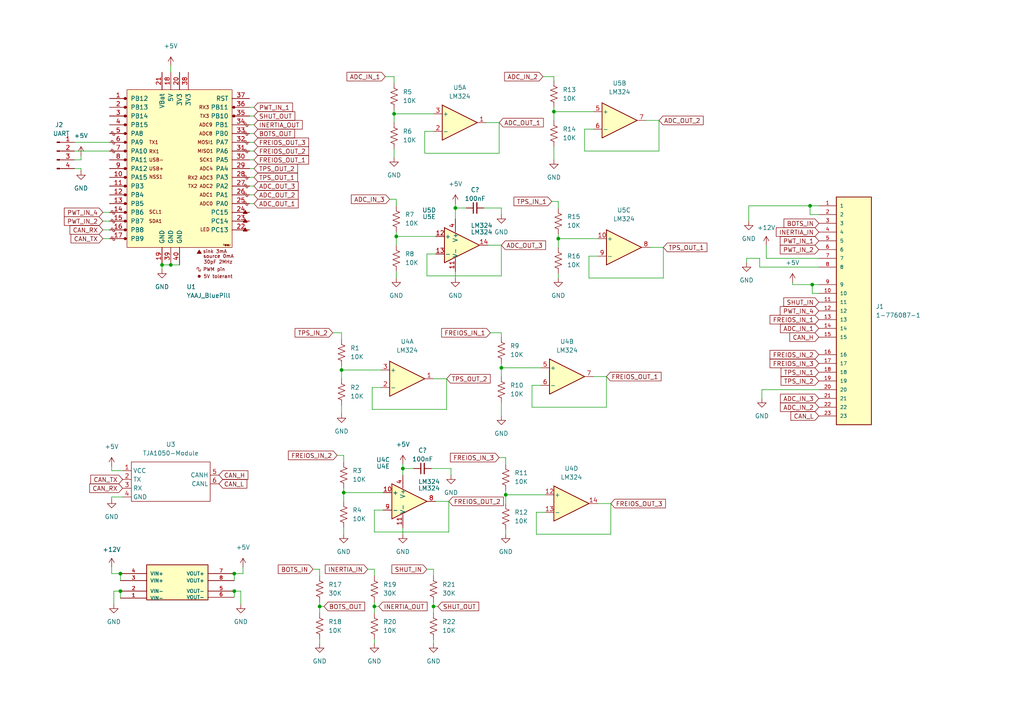
<source format=kicad_sch>
(kicad_sch (version 20211123) (generator eeschema)
  (paper "A4")
  (lib_symbols
    (symbol "1-776087-1:1-776087-1" (pin_names (offset 1.016))
      (property "Reference" "J" (at -5.08 33.7058 0))
      (property "Value" "1-776087-1" (at -5.08 -35.56 0))
      (symbol "1-776087-1_0_0"
        (rectangle (start -5.08 -33.02) (end 5.08 33.02) (stroke (width 0.254)) (fill (type background)))
        (pin passive line (at -10.16 30.48 0) (length 5.08) (name "1") (number "1"))
        (pin passive line (at -10.16 5.08 0) (length 5.08) (name "10") (number "10"))
        (pin passive line (at -10.16 2.54 0) (length 5.08) (name "11") (number "11"))
        (pin passive line (at -10.16 0 0) (length 5.08) (name "12") (number "12"))
        (pin passive line (at -10.16 -2.54 0) (length 5.08) (name "13") (number "13"))
        (pin passive line (at -10.16 -5.08 0) (length 5.08) (name "14") (number "14"))
        (pin passive line (at -10.16 -7.62 0) (length 5.08) (name "15") (number "15"))
        (pin passive line (at -10.16 -12.7 0) (length 5.08) (name "16") (number "16"))
        (pin passive line (at -10.16 -15.24 0) (length 5.08) (name "17") (number "17"))
        (pin passive line (at -10.16 -17.78 0) (length 5.08) (name "18") (number "18"))
        (pin passive line (at -10.16 -20.32 0) (length 5.08) (name "19") (number "19"))
        (pin passive line (at -10.16 27.94 0) (length 5.08) (name "2") (number "2"))
        (pin passive line (at -10.16 -22.86 0) (length 5.08) (name "20") (number "20"))
        (pin passive line (at -10.16 -25.4 0) (length 5.08) (name "21") (number "21"))
        (pin passive line (at -10.16 -27.94 0) (length 5.08) (name "22") (number "22"))
        (pin passive line (at -10.16 -30.48 0) (length 5.08) (name "23") (number "23"))
        (pin passive line (at -10.16 25.4 0) (length 5.08) (name "3") (number "3"))
        (pin passive line (at -10.16 22.86 0) (length 5.08) (name "4") (number "4"))
        (pin passive line (at -10.16 20.32 0) (length 5.08) (name "5") (number "5"))
        (pin passive line (at -10.16 17.78 0) (length 5.08) (name "6") (number "6"))
        (pin passive line (at -10.16 15.24 0) (length 5.08) (name "7") (number "7"))
        (pin passive line (at -10.16 12.7 0) (length 5.08) (name "8") (number "8"))
        (pin passive line (at -10.16 7.62 0) (length 5.08) (name "9") (number "9"))
      )
    )
    (symbol "Amplifier_Operational:LM324" (pin_names (offset 0.127))
      (property "Reference" "U" (at 0 5.08 0))
      (property "Value" "LM324" (at 0 -5.08 0))
      (symbol "LM324_1_1"
        (polyline (pts (xy -5.08 5.08) (xy 5.08 0) (xy -5.08 -5.08) (xy -5.08 5.08)) (stroke (width 0.254)) (fill (type background)))
        (pin output line (at 7.62 0 180) (length 2.54) (name "~") (number "1"))
        (pin input line (at -7.62 -2.54 0) (length 2.54) (name "-") (number "2"))
        (pin input line (at -7.62 2.54 0) (length 2.54) (name "+") (number "3"))
      )
      (symbol "LM324_2_1"
        (polyline (pts (xy -5.08 5.08) (xy 5.08 0) (xy -5.08 -5.08) (xy -5.08 5.08)) (stroke (width 0.254)) (fill (type background)))
        (pin input line (at -7.62 2.54 0) (length 2.54) (name "+") (number "5"))
        (pin input line (at -7.62 -2.54 0) (length 2.54) (name "-") (number "6"))
        (pin output line (at 7.62 0 180) (length 2.54) (name "~") (number "7"))
      )
      (symbol "LM324_3_1"
        (polyline (pts (xy -5.08 5.08) (xy 5.08 0) (xy -5.08 -5.08) (xy -5.08 5.08)) (stroke (width 0.254)) (fill (type background)))
        (pin input line (at -7.62 2.54 0) (length 2.54) (name "+") (number "10"))
        (pin output line (at 7.62 0 180) (length 2.54) (name "~") (number "8"))
        (pin input line (at -7.62 -2.54 0) (length 2.54) (name "-") (number "9"))
      )
      (symbol "LM324_4_1"
        (polyline (pts (xy -5.08 5.08) (xy 5.08 0) (xy -5.08 -5.08) (xy -5.08 5.08)) (stroke (width 0.254)) (fill (type background)))
        (pin input line (at -7.62 2.54 0) (length 2.54) (name "+") (number "12"))
        (pin input line (at -7.62 -2.54 0) (length 2.54) (name "-") (number "13"))
        (pin output line (at 7.62 0 180) (length 2.54) (name "~") (number "14"))
      )
      (symbol "LM324_5_1"
        (pin power_in line (at -2.54 -7.62 90) (length 3.81) (name "V-") (number "11"))
        (pin power_in line (at -2.54 7.62 270) (length 3.81) (name "V+") (number "4"))
      )
    )
    (symbol "Cheetah:TJA1050-Module"
      (property "Reference" "U" (at 1.27 -1.27 0))
      (property "Value" "TJA1050-Module" (at 8.89 -3.81 0))
      (symbol "TJA1050-Module_0_1"
        (rectangle (start 0 11.43) (end 22.86 0) (stroke (width 0.1524)))
      )
      (symbol "TJA1050-Module_1_1"
        (pin passive line (at -2.54 8.89 0) (length 2.54) (name "VCC") (number "1"))
        (pin passive line (at -2.54 6.35 0) (length 2.54) (name "TX") (number "2"))
        (pin passive line (at -2.54 3.81 0) (length 2.54) (name "RX") (number "3"))
        (pin passive line (at -2.54 1.27 0) (length 2.54) (name "GND") (number "4"))
        (pin passive line (at 25.4 7.62 180) (length 2.54) (name "CANH") (number "5"))
        (pin passive line (at 25.4 5.08 180) (length 2.54) (name "CANL") (number "6"))
      )
    )
    (symbol "Connector:Conn_01x04_Male" (pin_names (offset 1.016) hide)
      (property "Reference" "J" (at 0 5.08 0))
      (property "Value" "Conn_01x04_Male" (at 0 -7.62 0))
      (symbol "Conn_01x04_Male_1_1"
        (polyline (pts (xy 1.27 -5.08) (xy 0.8636 -5.08)) (stroke (width 0.1524)))
        (polyline (pts (xy 1.27 -2.54) (xy 0.8636 -2.54)) (stroke (width 0.1524)))
        (polyline (pts (xy 1.27 0) (xy 0.8636 0)) (stroke (width 0.1524)))
        (polyline (pts (xy 1.27 2.54) (xy 0.8636 2.54)) (stroke (width 0.1524)))
        (rectangle (start 0.8636 -4.953) (end 0 -5.207) (stroke (width 0.1524)) (fill (type outline)))
        (rectangle (start 0.8636 -2.413) (end 0 -2.667) (stroke (width 0.1524)) (fill (type outline)))
        (rectangle (start 0.8636 0.127) (end 0 -0.127) (stroke (width 0.1524)) (fill (type outline)))
        (rectangle (start 0.8636 2.667) (end 0 2.413) (stroke (width 0.1524)) (fill (type outline)))
        (pin passive line (at 5.08 2.54 180) (length 3.81) (name "Pin_1") (number "1"))
        (pin passive line (at 5.08 0 180) (length 3.81) (name "Pin_2") (number "2"))
        (pin passive line (at 5.08 -2.54 180) (length 3.81) (name "Pin_3") (number "3"))
        (pin passive line (at 5.08 -5.08 180) (length 3.81) (name "Pin_4") (number "4"))
      )
    )
    (symbol "Device:C_Small" (pin_numbers hide) (pin_names (offset 0.254) hide)
      (property "Reference" "C" (at 0.254 1.778 0))
      (property "Value" "C_Small" (at 0.254 -2.032 0))
      (symbol "C_Small_0_1"
        (polyline (pts (xy -1.524 -0.508) (xy 1.524 -0.508)) (stroke (width 0.3302)))
        (polyline (pts (xy -1.524 0.508) (xy 1.524 0.508)) (stroke (width 0.3048)))
      )
      (symbol "C_Small_1_1"
        (pin passive line (at 0 2.54 270) (length 2.032) (name "~") (number "1"))
        (pin passive line (at 0 -2.54 90) (length 2.032) (name "~") (number "2"))
      )
    )
    (symbol "Device:R_US" (pin_numbers hide) (pin_names (offset 0))
      (property "Reference" "R" (at 2.54 0 90))
      (property "Value" "R_US" (at -2.54 0 90))
      (symbol "R_US_0_1"
        (polyline (pts (xy 0 -2.286) (xy 0 -2.54)))
        (polyline (pts (xy 0 2.286) (xy 0 2.54)))
        (polyline (pts (xy 0 -0.762) (xy 1.016 -1.143) (xy 0 -1.524) (xy -1.016 -1.905) (xy 0 -2.286)))
        (polyline (pts (xy 0 0.762) (xy 1.016 0.381) (xy 0 0) (xy -1.016 -0.381) (xy 0 -0.762)))
        (polyline (pts (xy 0 2.286) (xy 1.016 1.905) (xy 0 1.524) (xy -1.016 1.143) (xy 0 0.762)))
      )
      (symbol "R_US_1_1"
        (pin passive line (at 0 3.81 270) (length 1.27) (name "~") (number "1"))
        (pin passive line (at 0 -3.81 90) (length 1.27) (name "~") (number "2"))
      )
    )
    (symbol "MP1584:MP1584" (pin_names (offset 1.016))
      (symbol "MP1584_0_0"
        (rectangle (start -7.62 -5.08) (end 10.16 5.08) (stroke (width 0.254)) (fill (type background)))
        (pin input line (at -15.24 -4.572 0) (length 7.62) (name "VIN-") (number "1"))
        (pin input line (at -15.24 -2.54 0) (length 7.62) (name "VIN-") (number "2"))
        (pin input line (at -15.24 0.508 0) (length 7.62) (name "VIN+") (number "3"))
        (pin input line (at -15.24 2.54 0) (length 7.62) (name "VIN+") (number "4"))
        (pin output line (at 17.78 -2.54 180) (length 7.62) (name "VOUT-") (number "5"))
        (pin output line (at 17.78 -4.318 180) (length 7.62) (name "VOUT-") (number "6"))
        (pin output line (at 17.78 2.54 180) (length 7.62) (name "VOUT+") (number "7"))
        (pin output line (at 17.78 0.508 180) (length 7.62) (name "VOUT+") (number "8"))
      )
    )
    (symbol "YAAJ_BluePill:YAAJ_BluePill" (pin_names (offset 1.016))
      (property "Reference" "U" (at -13.97 24.13 0))
      (property "Value" "YAAJ_BluePill" (at 0 6.35 90))
      (symbol "YAAJ_BluePill_0_0"
        (circle (center -15.748 -20.32) (radius 0.3556) (fill (type outline)))
        (circle (center -15.748 -17.78) (radius 0.3556) (fill (type outline)))
        (circle (center -15.748 -15.24) (radius 0.3556) (fill (type outline)))
        (circle (center -15.748 -12.7) (radius 0.3556) (fill (type outline)))
        (circle (center -15.748 -10.16) (radius 0.3556) (fill (type outline)))
        (circle (center -15.748 -7.62) (radius 0.3556) (fill (type outline)))
        (circle (center -15.748 -5.08) (radius 0.3556) (fill (type outline)))
        (circle (center -15.748 -2.54) (radius 0.3556) (fill (type outline)))
        (circle (center -15.748 0) (radius 0.3556) (fill (type outline)))
        (circle (center -15.748 2.54) (radius 0.3556) (fill (type outline)))
        (circle (center -15.748 5.08) (radius 0.3556) (fill (type outline)))
        (circle (center -15.748 7.62) (radius 0.3556) (fill (type outline)))
        (circle (center -15.748 10.16) (radius 0.3556) (fill (type outline)))
        (circle (center -15.748 12.7) (radius 0.3556) (fill (type outline)))
        (circle (center -15.748 15.24) (radius 0.3556) (fill (type outline)))
        (circle (center -15.748 20.32) (radius 0.3556) (fill (type outline)))
        (polyline (pts (xy 5.08 -24.638) (xy 5.715 -23.622) (xy 6.35 -24.638) (xy 5.08 -24.638) (xy 5.715 -23.749) (xy 6.223 -24.638) (xy 5.207 -24.511) (xy 5.715 -23.876) (xy 6.096 -24.638) (xy 5.334 -24.384) (xy 5.842 -24.003) (xy 5.969 -24.638) (xy 5.461 -24.257) (xy 5.969 -24.13) (xy 5.842 -24.511) (xy 5.588 -24.257) (xy 5.842 -24.384) (xy 5.715 -24.13)))
        (polyline (pts (xy 18.415 -18.161) (xy 19.05 -17.145) (xy 19.685 -18.161) (xy 18.415 -18.161) (xy 19.05 -17.272) (xy 19.558 -18.161) (xy 18.542 -18.034) (xy 19.05 -17.399) (xy 19.431 -18.161) (xy 18.669 -17.907) (xy 19.177 -17.526) (xy 19.304 -18.161) (xy 18.796 -17.78) (xy 19.304 -17.653) (xy 19.177 -18.034) (xy 18.923 -17.78) (xy 19.177 -17.907) (xy 19.05 -17.653)))
        (polyline (pts (xy 18.415 -15.621) (xy 19.05 -14.605) (xy 19.685 -15.621) (xy 18.415 -15.621) (xy 19.05 -14.732) (xy 19.558 -15.621) (xy 18.542 -15.494) (xy 19.05 -14.859) (xy 19.431 -15.621) (xy 18.669 -15.367) (xy 19.177 -14.986) (xy 19.304 -15.621) (xy 18.796 -15.24) (xy 19.304 -15.113) (xy 19.177 -15.494) (xy 18.923 -15.24) (xy 19.177 -15.367) (xy 19.05 -15.113)))
        (polyline (pts (xy 18.415 -13.081) (xy 19.05 -12.065) (xy 19.685 -13.081) (xy 18.415 -13.081) (xy 19.05 -12.192) (xy 19.558 -13.081) (xy 18.542 -12.954) (xy 19.05 -12.319) (xy 19.431 -13.081) (xy 18.669 -12.827) (xy 19.177 -12.446) (xy 19.304 -13.081) (xy 18.796 -12.7) (xy 19.304 -12.573) (xy 19.177 -12.954) (xy 18.923 -12.7) (xy 19.177 -12.827) (xy 19.05 -12.573)))
        (circle (center 5.715 -31.242) (radius 0.127) (fill (type outline)))
        (circle (center 5.715 -31.242) (radius 0.254))
        (circle (center 5.715 -31.242) (radius 0.3556))
        (circle (center 15.748 15.24) (radius 0.254) (fill (type outline)))
        (circle (center 15.748 15.24) (radius 0.3556))
        (circle (center 15.748 17.78) (radius 0.254) (fill (type outline)))
        (circle (center 15.748 17.78) (radius 0.3556))
        (text "30pF 2MHz" (at 11.176 -27.051 0) (effects (font (size 0.9906 0.9906))))
        (text "5V tolerant" (at 11.176 -31.242 0) (effects (font (size 0.9906 0.9906))))
        (text "ADC0" (at 7.747 -10.16 0) (effects (font (size 0.9906 0.9906))))
        (text "ADC1" (at 7.747 -7.62 0) (effects (font (size 0.9906 0.9906))))
        (text "ADC2" (at 7.747 -5.08 0) (effects (font (size 0.9906 0.9906))))
        (text "ADC3" (at 7.747 -2.667 0) (effects (font (size 0.9906 0.9906))))
        (text "ADC4" (at 7.747 0 0) (effects (font (size 0.9906 0.9906))))
        (text "ADC8" (at 7.62 10.16 0) (effects (font (size 0.9906 0.9906))))
        (text "ADC9" (at 7.62 12.7 0) (effects (font (size 0.9906 0.9906))))
        (text "LED" (at 7.366 -17.653 0) (effects (font (size 0.9906 0.9906))))
        (text "MISO1" (at 7.493 5.08 0) (effects (font (size 0.9906 0.9906))))
        (text "MOSI1" (at 7.493 7.62 0) (effects (font (size 0.9906 0.9906))))
        (text "NSS1" (at -6.858 -2.413 0) (effects (font (size 0.9906 0.9906))))
        (text "PWM pin" (at 10.033 -29.21 0) (effects (font (size 0.9906 0.9906))))
        (text "RX1" (at -7.366 4.953 0) (effects (font (size 0.9906 0.9906))))
        (text "RX2" (at 3.81 -2.667 0) (effects (font (size 0.9906 0.9906))))
        (text "RX3" (at 7.112 17.78 0) (effects (font (size 0.9906 0.9906))))
        (text "SCK1" (at 7.747 2.54 0) (effects (font (size 0.9906 0.9906))))
        (text "SCL1" (at -6.985 -12.573 0) (effects (font (size 0.9906 0.9906))))
        (text "SDA1" (at -6.985 -15.24 0) (effects (font (size 0.9906 0.9906))))
        (text "sink 3mA" (at 10.287 -24.003 0) (effects (font (size 0.9906 0.9906))))
        (text "source 0mA" (at 11.303 -25.4 0) (effects (font (size 0.9906 0.9906))))
        (text "TX1" (at -7.493 7.62 0) (effects (font (size 0.9906 0.9906))))
        (text "TX2" (at 3.81 -5.08 0) (effects (font (size 0.9906 0.9906))))
        (text "TX3" (at 7.239 15.24 0) (effects (font (size 0.9906 0.9906))))
        (text "USB+" (at -6.731 0 0) (effects (font (size 0.9906 0.9906))))
        (text "USB-" (at -6.731 2.54 0) (effects (font (size 0.9906 0.9906))))
        (text "Y@@J" (at 13.6906 -22.1488 0) (effects (font (size 0.508 0.508))))
      )
      (symbol "YAAJ_BluePill_0_1"
        (rectangle (start -15.24 22.86) (end 15.24 -22.86) (fill (type background)))
        (polyline (pts (xy -18.796 -20.32) (xy -18.796 -20.828) (xy -19.304 -20.828) (xy -19.304 -19.812) (xy -19.812 -19.812) (xy -19.812 -20.32)))
        (polyline (pts (xy -18.796 -17.78) (xy -18.796 -18.288) (xy -19.304 -18.288) (xy -19.304 -17.272) (xy -19.812 -17.272) (xy -19.812 -17.78)))
        (polyline (pts (xy -18.796 -15.24) (xy -18.796 -15.748) (xy -19.304 -15.748) (xy -19.304 -14.732) (xy -19.812 -14.732) (xy -19.812 -15.24)))
        (polyline (pts (xy -18.796 -12.7) (xy -18.796 -13.208) (xy -19.304 -13.208) (xy -19.304 -12.192) (xy -19.812 -12.192) (xy -19.812 -12.7)))
        (polyline (pts (xy -18.796 5.08) (xy -18.796 4.572) (xy -19.304 4.572) (xy -19.304 5.588) (xy -19.812 5.588) (xy -19.812 5.08)))
        (polyline (pts (xy -18.796 7.62) (xy -18.796 7.112) (xy -19.304 7.112) (xy -19.304 8.128) (xy -19.812 8.128) (xy -19.812 7.62)))
        (polyline (pts (xy -18.796 10.16) (xy -18.796 9.652) (xy -19.304 9.652) (xy -19.304 10.668) (xy -19.812 10.668) (xy -19.812 10.16)))
        (polyline (pts (xy 6.096 -29.21) (xy 6.096 -29.718) (xy 5.588 -29.718) (xy 5.588 -28.702) (xy 5.08 -28.702) (xy 5.08 -29.21)))
        (polyline (pts (xy 19.812 -10.16) (xy 19.812 -10.668) (xy 19.304 -10.668) (xy 19.304 -9.652) (xy 18.796 -9.652) (xy 18.796 -10.16)))
        (polyline (pts (xy 19.812 -7.62) (xy 19.812 -8.128) (xy 19.304 -8.128) (xy 19.304 -7.112) (xy 18.796 -7.112) (xy 18.796 -7.62)))
        (polyline (pts (xy 19.812 -5.08) (xy 19.812 -5.588) (xy 19.304 -5.588) (xy 19.304 -4.572) (xy 18.796 -4.572) (xy 18.796 -5.08)))
        (polyline (pts (xy 19.812 -2.54) (xy 19.812 -3.048) (xy 19.304 -3.048) (xy 19.304 -2.032) (xy 18.796 -2.032) (xy 18.796 -2.54)))
        (polyline (pts (xy 19.812 5.08) (xy 19.812 4.572) (xy 19.304 4.572) (xy 19.304 5.588) (xy 18.796 5.588) (xy 18.796 5.08)))
        (polyline (pts (xy 19.812 7.62) (xy 19.812 7.112) (xy 19.304 7.112) (xy 19.304 8.128) (xy 18.796 8.128) (xy 18.796 7.62)))
        (polyline (pts (xy 19.812 10.16) (xy 19.812 9.652) (xy 19.304 9.652) (xy 19.304 10.668) (xy 18.796 10.668) (xy 18.796 10.16)))
        (polyline (pts (xy 19.812 12.7) (xy 19.812 12.192) (xy 19.304 12.192) (xy 19.304 13.208) (xy 18.796 13.208) (xy 18.796 12.7)))
      )
      (symbol "YAAJ_BluePill_1_1"
        (circle (center -15.748 17.78) (radius 0.3556) (fill (type outline)))
        (pin bidirectional line (at -20.32 20.32 0) (length 5.08) (name "PB12") (number "1"))
        (pin bidirectional line (at -20.32 -2.54 0) (length 5.08) (name "PA15") (number "10"))
        (pin bidirectional line (at -20.32 -5.08 0) (length 5.08) (name "PB3") (number "11"))
        (pin bidirectional line (at -20.32 -7.62 0) (length 5.08) (name "PB4") (number "12"))
        (pin bidirectional line (at -20.32 -10.16 0) (length 5.08) (name "PB5") (number "13"))
        (pin bidirectional line (at -20.32 -12.7 0) (length 5.08) (name "PB6") (number "14"))
        (pin bidirectional line (at -20.32 -15.24 0) (length 5.08) (name "PB7") (number "15"))
        (pin bidirectional line (at -20.32 -17.78 0) (length 5.08) (name "PB8") (number "16"))
        (pin bidirectional line (at -20.32 -20.32 0) (length 5.08) (name "PB9") (number "17"))
        (pin power_in line (at -2.54 27.94 270) (length 5.08) (name "5V") (number "18"))
        (pin power_in line (at -5.08 -27.94 90) (length 5.08) (name "GND") (number "19"))
        (pin bidirectional line (at -20.32 17.78 0) (length 5.08) (name "PB13") (number "2"))
        (pin power_in line (at 0 27.94 270) (length 5.08) (name "3V3") (number "20"))
        (pin power_in line (at -5.08 27.94 270) (length 5.08) (name "VBat") (number "21"))
        (pin bidirectional line (at 20.32 -17.78 180) (length 5.08) (name "PC13") (number "22"))
        (pin bidirectional line (at 20.32 -15.24 180) (length 5.08) (name "PC14") (number "23"))
        (pin bidirectional line (at 20.32 -12.7 180) (length 5.08) (name "PC15") (number "24"))
        (pin bidirectional line (at 20.32 -10.16 180) (length 5.08) (name "PA0") (number "25"))
        (pin bidirectional line (at 20.32 -7.62 180) (length 5.08) (name "PA1") (number "26"))
        (pin bidirectional line (at 20.32 -5.08 180) (length 5.08) (name "PA2") (number "27"))
        (pin bidirectional line (at 20.32 -2.54 180) (length 5.08) (name "PA3") (number "28"))
        (pin bidirectional line (at 20.32 0 180) (length 5.08) (name "PA4") (number "29"))
        (pin bidirectional line (at -20.32 15.24 0) (length 5.08) (name "PB14") (number "3"))
        (pin bidirectional line (at 20.32 2.54 180) (length 5.08) (name "PA5") (number "30"))
        (pin bidirectional line (at 20.32 5.08 180) (length 5.08) (name "PA6") (number "31"))
        (pin bidirectional line (at 20.32 7.62 180) (length 5.08) (name "PA7") (number "32"))
        (pin bidirectional line (at 20.32 10.16 180) (length 5.08) (name "PB0") (number "33"))
        (pin bidirectional line (at 20.32 12.7 180) (length 5.08) (name "PB1") (number "34"))
        (pin bidirectional line (at 20.32 15.24 180) (length 5.08) (name "PB10") (number "35"))
        (pin bidirectional line (at 20.32 17.78 180) (length 5.08) (name "PB11") (number "36"))
        (pin input line (at 20.32 20.32 180) (length 5.08) (name "RST") (number "37"))
        (pin power_in line (at 2.54 27.94 270) (length 5.08) (name "3V3") (number "38"))
        (pin power_in line (at -2.54 -27.94 90) (length 5.08) (name "GND") (number "39"))
        (pin bidirectional line (at -20.32 12.7 0) (length 5.08) (name "PB15") (number "4"))
        (pin power_in line (at 0 -27.94 90) (length 5.08) (name "GND") (number "40"))
        (pin bidirectional line (at -20.32 10.16 0) (length 5.08) (name "PA8") (number "5"))
        (pin bidirectional line (at -20.32 7.62 0) (length 5.08) (name "PA9") (number "6"))
        (pin bidirectional line (at -20.32 5.08 0) (length 5.08) (name "PA10") (number "7"))
        (pin bidirectional line (at -20.32 2.54 0) (length 5.08) (name "PA11") (number "8"))
        (pin bidirectional line (at -20.32 0 0) (length 5.08) (name "PA12") (number "9"))
      )
    )
    (symbol "power:+12V" (power) (pin_names (offset 0))
      (property "Value" "+12V" (at 0 3.556 0))
      (symbol "+12V_0_1"
        (polyline (pts (xy -0.762 1.27) (xy 0 2.54)))
        (polyline (pts (xy 0 0) (xy 0 2.54)))
        (polyline (pts (xy 0 2.54) (xy 0.762 1.27)))
      )
      (symbol "+12V_1_1"
        (pin power_in line (at 0 0 90) (length 0) hide (name "+12V") (number "1"))
      )
    )
    (symbol "power:+5V" (power) (pin_names (offset 0))
      (property "Value" "+5V" (at 0 3.556 0))
      (symbol "+5V_0_1"
        (polyline (pts (xy -0.762 1.27) (xy 0 2.54)))
        (polyline (pts (xy 0 0) (xy 0 2.54)))
        (polyline (pts (xy 0 2.54) (xy 0.762 1.27)))
      )
      (symbol "+5V_1_1"
        (pin power_in line (at 0 0 90) (length 0) hide (name "+5V") (number "1"))
      )
    )
    (symbol "power:GND" (power) (pin_names (offset 0))
      (property "Value" "GND" (at 0 -3.81 0))
      (symbol "GND_0_1"
        (polyline (pts (xy 0 0) (xy 0 -1.27) (xy 1.27 -1.27) (xy 0 -2.54) (xy -1.27 -1.27) (xy 0 -1.27)))
      )
      (symbol "GND_1_1"
        (pin power_in line (at 0 0 270) (length 0) hide (name "GND") (number "1"))
      )
    )
  )
  (junction (at 99.06 107.315))
  (junction (at 146.685 143.51))
  (junction (at 34.925 171.45))
  (junction (at 49.53 76.835))
  (junction (at 114.935 68.58))
  (junction (at 145.415 106.68))
  (junction (at 67.945 166.37))
  (junction (at 67.945 171.45))
  (junction (at 108.585 175.895))
  (junction (at 92.71 175.895))
  (junction (at 116.84 135.89))
  (junction (at 46.99 76.835))
  (junction (at 160.655 32.385))
  (junction (at 161.925 69.215))
  (junction (at 99.695 142.875))
  (junction (at 34.925 166.37))
  (junction (at 114.3 33.02))
  (junction (at 235.585 82.55))
  (junction (at 234.95 59.69))
  (junction (at 132.08 60.325))
  (junction (at 125.73 175.895))
  (wire (pts (xy 234.95 59.69) (xy 237.49 59.69)))
  (wire (pts (xy 96.52 96.52) (xy 99.06 96.52)))
  (wire (pts (xy 177.165 154.94) (xy 155.575 154.94)))
  (wire (pts (xy 188.595 71.755) (xy 192.405 71.755)))
  (wire (pts (xy 69.85 175.26) (xy 69.85 171.45)))
  (wire (pts (xy 192.405 80.645) (xy 170.815 80.645)))
  (wire (pts (xy 90.805 165.1) (xy 92.71 165.1)))
  (wire (pts (xy 144.78 44.45) (xy 123.19 44.45)))
  (wire (pts (xy 175.895 109.22) (xy 175.895 118.11)))
  (wire (pts (xy 125.73 185.42) (xy 125.73 186.69)))
  (wire (pts (xy 146.685 132.715) (xy 146.685 134.62)))
  (wire (pts (xy 160.655 32.385) (xy 160.655 31.115)))
  (wire (pts (xy 116.84 134.62) (xy 116.84 135.89)))
  (wire (pts (xy 170.815 74.295) (xy 173.355 74.295)))
  (wire (pts (xy 92.71 174.625) (xy 92.71 175.895)))
  (wire (pts (xy 108.585 165.1) (xy 108.585 167.005)))
  (wire (pts (xy 126.365 68.58) (xy 114.935 68.58)))
  (wire (pts (xy 92.71 165.1) (xy 92.71 167.005)))
  (wire (pts (xy 220.98 115.57) (xy 220.98 113.03)))
  (wire (pts (xy 160.655 22.225) (xy 160.655 23.495)))
  (wire (pts (xy 33.02 175.26) (xy 33.02 171.45)))
  (wire (pts (xy 157.48 22.225) (xy 160.655 22.225)))
  (wire (pts (xy 21.59 43.815) (xy 31.75 43.815)))
  (wire (pts (xy 169.545 37.465) (xy 172.085 37.465)))
  (wire (pts (xy 146.685 153.67) (xy 146.685 154.94)))
  (wire (pts (xy 108.585 174.625) (xy 108.585 175.895)))
  (wire (pts (xy 173.355 69.215) (xy 161.925 69.215)))
  (wire (pts (xy 130.175 145.415) (xy 130.175 154.305)))
  (wire (pts (xy 114.3 33.02) (xy 114.3 31.75)))
  (wire (pts (xy 192.405 71.755) (xy 192.405 80.645)))
  (wire (pts (xy 111.125 142.875) (xy 99.695 142.875)))
  (wire (pts (xy 125.095 135.89) (xy 130.81 135.89)))
  (wire (pts (xy 217.17 59.69) (xy 234.95 59.69)))
  (wire (pts (xy 116.84 153.035) (xy 116.84 154.94)))
  (wire (pts (xy 140.97 35.56) (xy 144.78 35.56)))
  (wire (pts (xy 72.39 43.815) (xy 73.66 43.815)))
  (wire (pts (xy 175.895 118.11) (xy 154.305 118.11)))
  (wire (pts (xy 29.845 66.675) (xy 31.75 66.675)))
  (wire (pts (xy 160.655 42.545) (xy 160.655 46.355)))
  (wire (pts (xy 32.385 144.145) (xy 35.56 144.145)))
  (wire (pts (xy 111.76 22.225) (xy 114.3 22.225)))
  (wire (pts (xy 29.845 61.595) (xy 31.75 61.595)))
  (wire (pts (xy 155.575 154.94) (xy 155.575 148.59)))
  (wire (pts (xy 161.925 69.215) (xy 161.925 71.755)))
  (wire (pts (xy 169.545 43.815) (xy 169.545 37.465)))
  (wire (pts (xy 132.08 60.325) (xy 132.08 63.5)))
  (wire (pts (xy 114.3 22.225) (xy 114.3 24.13)))
  (wire (pts (xy 129.54 118.745) (xy 107.95 118.745)))
  (wire (pts (xy 49.53 19.05) (xy 49.53 20.955)))
  (wire (pts (xy 160.02 58.42) (xy 161.925 58.42)))
  (wire (pts (xy 72.39 38.735) (xy 73.66 38.735)))
  (wire (pts (xy 222.25 71.12) (xy 222.25 74.93)))
  (wire (pts (xy 229.87 82.55) (xy 235.585 82.55)))
  (wire (pts (xy 177.165 146.05) (xy 177.165 154.94)))
  (wire (pts (xy 108.585 185.42) (xy 108.585 186.69)))
  (wire (pts (xy 222.25 74.93) (xy 237.49 74.93)))
  (wire (pts (xy 144.78 35.56) (xy 144.78 44.45)))
  (wire (pts (xy 125.73 109.855) (xy 129.54 109.855)))
  (wire (pts (xy 114.935 78.74) (xy 114.935 80.645)))
  (wire (pts (xy 99.695 132.08) (xy 99.695 133.985)))
  (wire (pts (xy 116.84 135.89) (xy 120.015 135.89)))
  (wire (pts (xy 237.49 62.23) (xy 234.95 62.23)))
  (wire (pts (xy 173.355 146.05) (xy 177.165 146.05)))
  (wire (pts (xy 107.95 112.395) (xy 110.49 112.395)))
  (wire (pts (xy 29.845 69.215) (xy 31.75 69.215)))
  (wire (pts (xy 99.06 96.52) (xy 99.06 98.425)))
  (wire (pts (xy 114.935 68.58) (xy 114.935 67.31)))
  (wire (pts (xy 72.39 31.115) (xy 73.66 31.115)))
  (wire (pts (xy 132.08 60.325) (xy 135.255 60.325)))
  (wire (pts (xy 154.305 118.11) (xy 154.305 111.76)))
  (wire (pts (xy 99.695 142.875) (xy 99.695 141.605)))
  (wire (pts (xy 72.39 46.355) (xy 73.66 46.355)))
  (wire (pts (xy 72.39 59.055) (xy 73.66 59.055)))
  (wire (pts (xy 108.585 175.895) (xy 108.585 177.8)))
  (wire (pts (xy 23.495 49.53) (xy 23.495 48.895)))
  (wire (pts (xy 220.345 74.93) (xy 216.535 74.93)))
  (wire (pts (xy 145.415 62.23) (xy 145.415 60.325)))
  (wire (pts (xy 235.585 85.09) (xy 235.585 82.55)))
  (wire (pts (xy 155.575 148.59) (xy 158.115 148.59)))
  (wire (pts (xy 32.385 166.37) (xy 34.925 166.37)))
  (wire (pts (xy 72.39 56.515) (xy 73.66 56.515)))
  (wire (pts (xy 110.49 107.315) (xy 99.06 107.315)))
  (wire (pts (xy 145.415 96.52) (xy 145.415 97.79)))
  (wire (pts (xy 125.73 174.625) (xy 125.73 175.895)))
  (wire (pts (xy 123.19 38.1) (xy 125.73 38.1)))
  (wire (pts (xy 125.73 33.02) (xy 114.3 33.02)))
  (wire (pts (xy 97.79 132.08) (xy 99.695 132.08)))
  (wire (pts (xy 146.685 143.51) (xy 146.685 146.05)))
  (wire (pts (xy 23.495 45.085) (xy 23.495 46.355)))
  (wire (pts (xy 114.935 68.58) (xy 114.935 71.12)))
  (wire (pts (xy 92.71 185.42) (xy 92.71 186.69)))
  (wire (pts (xy 158.115 143.51) (xy 146.685 143.51)))
  (wire (pts (xy 229.87 81.915) (xy 229.87 82.55)))
  (wire (pts (xy 123.825 80.01) (xy 123.825 73.66)))
  (wire (pts (xy 72.39 33.655) (xy 73.66 33.655)))
  (wire (pts (xy 35.56 136.525) (xy 32.385 136.525)))
  (wire (pts (xy 108.585 147.955) (xy 111.125 147.955)))
  (wire (pts (xy 154.305 111.76) (xy 156.845 111.76)))
  (wire (pts (xy 130.81 137.795) (xy 130.81 135.89)))
  (wire (pts (xy 21.59 41.275) (xy 31.75 41.275)))
  (wire (pts (xy 145.415 80.01) (xy 123.825 80.01)))
  (wire (pts (xy 114.3 33.02) (xy 114.3 35.56)))
  (wire (pts (xy 32.385 164.465) (xy 32.385 166.37)))
  (wire (pts (xy 125.73 175.895) (xy 125.73 177.8)))
  (wire (pts (xy 108.585 175.895) (xy 109.855 175.895)))
  (wire (pts (xy 170.815 80.645) (xy 170.815 74.295)))
  (wire (pts (xy 72.39 51.435) (xy 73.66 51.435)))
  (wire (pts (xy 32.385 136.525) (xy 32.385 135.255)))
  (wire (pts (xy 161.925 69.215) (xy 161.925 67.945)))
  (wire (pts (xy 70.485 166.37) (xy 67.945 166.37)))
  (wire (pts (xy 145.415 106.68) (xy 145.415 109.22)))
  (wire (pts (xy 34.925 171.45) (xy 34.925 173.482)))
  (wire (pts (xy 67.945 171.45) (xy 67.945 173.228)))
  (wire (pts (xy 220.345 77.47) (xy 220.345 74.93)))
  (wire (pts (xy 23.495 48.895) (xy 21.59 48.895)))
  (wire (pts (xy 32.385 144.78) (xy 32.385 144.145)))
  (wire (pts (xy 99.695 142.875) (xy 99.695 145.415)))
  (wire (pts (xy 191.135 34.925) (xy 191.135 43.815)))
  (wire (pts (xy 72.39 41.275) (xy 73.66 41.275)))
  (wire (pts (xy 99.06 117.475) (xy 99.06 120.015)))
  (wire (pts (xy 141.605 71.12) (xy 145.415 71.12)))
  (wire (pts (xy 99.695 153.035) (xy 99.695 154.94)))
  (wire (pts (xy 220.98 113.03) (xy 237.49 113.03)))
  (wire (pts (xy 125.73 165.1) (xy 125.73 167.005)))
  (wire (pts (xy 46.99 76.835) (xy 46.99 78.105)))
  (wire (pts (xy 92.71 175.895) (xy 93.98 175.895)))
  (wire (pts (xy 34.925 166.37) (xy 34.925 168.402)))
  (wire (pts (xy 161.925 58.42) (xy 161.925 60.325)))
  (wire (pts (xy 107.95 118.745) (xy 107.95 112.395)))
  (wire (pts (xy 126.365 145.415) (xy 130.175 145.415)))
  (wire (pts (xy 161.925 79.375) (xy 161.925 80.645)))
  (wire (pts (xy 99.06 107.315) (xy 99.06 109.855)))
  (wire (pts (xy 132.08 78.74) (xy 132.08 80.645)))
  (wire (pts (xy 70.485 164.465) (xy 70.485 166.37)))
  (wire (pts (xy 49.53 76.835) (xy 52.07 76.835)))
  (wire (pts (xy 123.19 44.45) (xy 123.19 38.1)))
  (wire (pts (xy 69.85 171.45) (xy 67.945 171.45)))
  (wire (pts (xy 235.585 82.55) (xy 237.49 82.55)))
  (wire (pts (xy 114.3 43.18) (xy 114.3 45.72)))
  (wire (pts (xy 160.655 32.385) (xy 160.655 34.925)))
  (wire (pts (xy 129.54 109.855) (xy 129.54 118.745)))
  (wire (pts (xy 114.935 57.785) (xy 114.935 59.69)))
  (wire (pts (xy 187.325 34.925) (xy 191.135 34.925)))
  (wire (pts (xy 33.02 171.45) (xy 34.925 171.45)))
  (wire (pts (xy 146.685 143.51) (xy 146.685 142.24)))
  (wire (pts (xy 99.06 107.315) (xy 99.06 106.045)))
  (wire (pts (xy 23.495 46.355) (xy 21.59 46.355)))
  (wire (pts (xy 92.71 175.895) (xy 92.71 177.8)))
  (wire (pts (xy 72.39 53.975) (xy 73.66 53.975)))
  (wire (pts (xy 142.24 96.52) (xy 145.415 96.52)))
  (wire (pts (xy 132.08 59.055) (xy 132.08 60.325)))
  (wire (pts (xy 113.03 57.785) (xy 114.935 57.785)))
  (wire (pts (xy 106.68 165.1) (xy 108.585 165.1)))
  (wire (pts (xy 237.49 85.09) (xy 235.585 85.09)))
  (wire (pts (xy 123.825 165.1) (xy 125.73 165.1)))
  (wire (pts (xy 234.95 62.23) (xy 234.95 59.69)))
  (wire (pts (xy 156.845 106.68) (xy 145.415 106.68)))
  (wire (pts (xy 216.535 74.93) (xy 216.535 76.2)))
  (wire (pts (xy 108.585 154.305) (xy 108.585 147.955)))
  (wire (pts (xy 144.78 132.715) (xy 146.685 132.715)))
  (wire (pts (xy 29.845 64.135) (xy 31.75 64.135)))
  (wire (pts (xy 72.39 36.195) (xy 73.66 36.195)))
  (wire (pts (xy 172.085 32.385) (xy 160.655 32.385)))
  (wire (pts (xy 217.17 64.135) (xy 217.17 59.69)))
  (wire (pts (xy 145.415 71.12) (xy 145.415 80.01)))
  (wire (pts (xy 145.415 116.84) (xy 145.415 120.65)))
  (wire (pts (xy 46.99 76.835) (xy 49.53 76.835)))
  (wire (pts (xy 145.415 106.68) (xy 145.415 105.41)))
  (wire (pts (xy 140.335 60.325) (xy 145.415 60.325)))
  (wire (pts (xy 116.84 135.89) (xy 116.84 137.795)))
  (wire (pts (xy 172.085 109.22) (xy 175.895 109.22)))
  (wire (pts (xy 130.175 154.305) (xy 108.585 154.305)))
  (wire (pts (xy 220.345 77.47) (xy 237.49 77.47)))
  (wire (pts (xy 191.135 43.815) (xy 169.545 43.815)))
  (wire (pts (xy 123.825 73.66) (xy 126.365 73.66)))
  (wire (pts (xy 67.945 166.37) (xy 67.945 168.402)))
  (wire (pts (xy 72.39 48.895) (xy 73.66 48.895)))
  (wire (pts (xy 125.73 175.895) (xy 127 175.895)))
  (global_label "ADC_OUT_1" (shape input) (at 144.78 35.56 0) (property "Referências entre as folhas" "${INTERSHEET_REFS}" (effects hide)))
  (global_label "CAN_TX" (shape input) (at 29.845 69.215 180) (property "Referências entre as folhas" "${INTERSHEET_REFS}" (effects hide)))
  (global_label "ADC_IN_1" (shape input) (at 111.76 22.225 180) (property "Referências entre as folhas" "${INTERSHEET_REFS}" (effects hide)))
  (global_label "FREIOS_OUT_3" (shape input) (at 177.165 146.05 0) (property "Referências entre as folhas" "${INTERSHEET_REFS}" (effects hide)))
  (global_label "PWT_IN_4" (shape input) (at 237.49 90.17 180) (property "Referências entre as folhas" "${INTERSHEET_REFS}" (effects hide)))
  (global_label "SHUT_IN" (shape input) (at 123.825 165.1 180) (property "Referências entre as folhas" "${INTERSHEET_REFS}" (effects hide)))
  (global_label "PWT_IN_1" (shape input) (at 237.49 69.85 180) (property "Referências entre as folhas" "${INTERSHEET_REFS}" (effects hide)))
  (global_label "FREIOS_OUT_1" (shape input) (at 73.66 46.355 0) (property "Referências entre as folhas" "${INTERSHEET_REFS}" (effects hide)))
  (global_label "ADC_OUT_2" (shape input) (at 73.66 56.515 0) (property "Referências entre as folhas" "${INTERSHEET_REFS}" (effects hide)))
  (global_label "FREIOS_IN_1" (shape input) (at 237.49 92.71 180) (property "Referências entre as folhas" "${INTERSHEET_REFS}" (effects hide)))
  (global_label "CAN_H" (shape input) (at 237.49 97.79 180) (property "Referências entre as folhas" "${INTERSHEET_REFS}" (effects hide)))
  (global_label "FREIOS_IN_3" (shape input) (at 237.49 105.41 180) (property "Referências entre as folhas" "${INTERSHEET_REFS}" (effects hide)))
  (global_label "BOTS_IN" (shape input) (at 237.49 64.77 180) (property "Referências entre as folhas" "${INTERSHEET_REFS}" (effects hide)))
  (global_label "TPS_IN_1" (shape input) (at 237.49 107.95 180) (property "Referências entre as folhas" "${INTERSHEET_REFS}" (effects hide)))
  (global_label "TPS_OUT_1" (shape input) (at 73.66 51.435 0) (property "Referências entre as folhas" "${INTERSHEET_REFS}" (effects hide)))
  (global_label "ADC_IN_2" (shape input) (at 157.48 22.225 180) (property "Referências entre as folhas" "${INTERSHEET_REFS}" (effects hide)))
  (global_label "FREIOS_OUT_1" (shape input) (at 175.895 109.22 0) (property "Referências entre as folhas" "${INTERSHEET_REFS}" (effects hide)))
  (global_label "BOTS_OUT" (shape input) (at 73.66 38.735 0) (property "Referências entre as folhas" "${INTERSHEET_REFS}" (effects hide)))
  (global_label "SHUT_IN" (shape input) (at 237.49 87.63 180) (property "Referências entre as folhas" "${INTERSHEET_REFS}" (effects hide)))
  (global_label "TPS_IN_2" (shape input) (at 96.52 96.52 180) (property "Referências entre as folhas" "${INTERSHEET_REFS}" (effects hide)))
  (global_label "CAN_L" (shape input) (at 63.5 140.335 0) (property "Referências entre as folhas" "${INTERSHEET_REFS}" (effects hide)))
  (global_label "ADC_IN_3" (shape input) (at 237.49 115.57 180) (property "Referências entre as folhas" "${INTERSHEET_REFS}" (effects hide)))
  (global_label "CAN_TX" (shape input) (at 35.56 139.065 180) (property "Referências entre as folhas" "${INTERSHEET_REFS}" (effects hide)))
  (global_label "PWT_IN_2" (shape input) (at 29.845 64.135 180) (property "Referências entre as folhas" "${INTERSHEET_REFS}" (effects hide)))
  (global_label "CAN_RX" (shape input) (at 35.56 141.605 180) (property "Referências entre as folhas" "${INTERSHEET_REFS}" (effects hide)))
  (global_label "TPS_IN_1" (shape input) (at 160.02 58.42 180) (property "Referências entre as folhas" "${INTERSHEET_REFS}" (effects hide)))
  (global_label "FREIOS_OUT_2" (shape input) (at 130.175 145.415 0) (property "Referências entre as folhas" "${INTERSHEET_REFS}" (effects hide)))
  (global_label "PWT_IN_4" (shape input) (at 29.845 61.595 180) (property "Referências entre as folhas" "${INTERSHEET_REFS}" (effects hide)))
  (global_label "TPS_IN_2" (shape input) (at 237.49 110.49 180) (property "Referências entre as folhas" "${INTERSHEET_REFS}" (effects hide)))
  (global_label "ADC_IN_2" (shape input) (at 237.49 118.11 180) (property "Referências entre as folhas" "${INTERSHEET_REFS}" (effects hide)))
  (global_label "FREIOS_IN_3" (shape input) (at 144.78 132.715 180) (property "Referências entre as folhas" "${INTERSHEET_REFS}" (effects hide)))
  (global_label "BOTS_OUT" (shape input) (at 93.98 175.895 0) (property "Referências entre as folhas" "${INTERSHEET_REFS}" (effects hide)))
  (global_label "INERTIA_IN" (shape input) (at 237.49 67.31 180) (property "Referências entre as folhas" "${INTERSHEET_REFS}" (effects hide)))
  (global_label "SHUT_OUT" (shape input) (at 127 175.895 0) (property "Referências entre as folhas" "${INTERSHEET_REFS}" (effects hide)))
  (global_label "FREIOS_OUT_2" (shape input) (at 73.66 43.815 0) (property "Referências entre as folhas" "${INTERSHEET_REFS}" (effects hide)))
  (global_label "TPS_OUT_1" (shape input) (at 192.405 71.755 0) (property "Referências entre as folhas" "${INTERSHEET_REFS}" (effects hide)))
  (global_label "CAN_L" (shape input) (at 237.49 120.65 180) (property "Referências entre as folhas" "${INTERSHEET_REFS}" (effects hide)))
  (global_label "ADC_OUT_3" (shape input) (at 145.415 71.12 0) (property "Referências entre as folhas" "${INTERSHEET_REFS}" (effects hide)))
  (global_label "BOTS_IN" (shape input) (at 90.805 165.1 180) (property "Referências entre as folhas" "${INTERSHEET_REFS}" (effects hide)))
  (global_label "FREIOS_IN_2" (shape input) (at 237.49 102.87 180) (property "Referências entre as folhas" "${INTERSHEET_REFS}" (effects hide)))
  (global_label "FREIOS_IN_2" (shape input) (at 97.79 132.08 180) (property "Referências entre as folhas" "${INTERSHEET_REFS}" (effects hide)))
  (global_label "ADC_OUT_1" (shape input) (at 73.66 59.055 0) (property "Referências entre as folhas" "${INTERSHEET_REFS}" (effects hide)))
  (global_label "ADC_IN_3" (shape input) (at 113.03 57.785 180) (property "Referências entre as folhas" "${INTERSHEET_REFS}" (effects hide)))
  (global_label "FREIOS_IN_1" (shape input) (at 142.24 96.52 180) (property "Referências entre as folhas" "${INTERSHEET_REFS}" (effects hide)))
  (global_label "PWT_IN_1" (shape input) (at 73.66 31.115 0) (property "Referências entre as folhas" "${INTERSHEET_REFS}" (effects hide)))
  (global_label "INERTIA_IN" (shape input) (at 106.68 165.1 180) (property "Referências entre as folhas" "${INTERSHEET_REFS}" (effects hide)))
  (global_label "CAN_RX" (shape input) (at 29.845 66.675 180) (property "Referências entre as folhas" "${INTERSHEET_REFS}" (effects hide)))
  (global_label "INERTIA_OUT" (shape input) (at 109.855 175.895 0) (property "Referências entre as folhas" "${INTERSHEET_REFS}" (effects hide)))
  (global_label "SHUT_OUT" (shape input) (at 73.66 33.655 0) (property "Referências entre as folhas" "${INTERSHEET_REFS}" (effects hide)))
  (global_label "TPS_OUT_2" (shape input) (at 73.66 48.895 0) (property "Referências entre as folhas" "${INTERSHEET_REFS}" (effects hide)))
  (global_label "ADC_OUT_2" (shape input) (at 191.135 34.925 0) (property "Referências entre as folhas" "${INTERSHEET_REFS}" (effects hide)))
  (global_label "FREIOS_OUT_3" (shape input) (at 73.66 41.275 0) (property "Referências entre as folhas" "${INTERSHEET_REFS}" (effects hide)))
  (global_label "INERTIA_OUT" (shape input) (at 73.66 36.195 0) (property "Referências entre as folhas" "${INTERSHEET_REFS}" (effects hide)))
  (global_label "ADC_OUT_3" (shape input) (at 73.66 53.975 0) (property "Referências entre as folhas" "${INTERSHEET_REFS}" (effects hide)))
  (global_label "CAN_H" (shape input) (at 63.5 137.795 0) (property "Referências entre as folhas" "${INTERSHEET_REFS}" (effects hide)))
  (global_label "PWT_IN_2" (shape input) (at 237.49 72.39 180) (property "Referências entre as folhas" "${INTERSHEET_REFS}" (effects hide)))
  (global_label "ADC_IN_1" (shape input) (at 237.49 95.25 180) (property "Referências entre as folhas" "${INTERSHEET_REFS}" (effects hide)))
  (global_label "TPS_OUT_2" (shape input) (at 129.54 109.855 0) (property "Referências entre as folhas" "${INTERSHEET_REFS}" (effects hide)))
  (symbol (lib_id "YAAJ_BluePill:YAAJ_BluePill") (at 52.07 48.895 0) (unit 1)
    (property "Reference" "U1" (at 54.0894 83.185 0) (effects (justify left)))
    (property "Value" "YAAJ_BluePill" (at 54.0894 85.725 0) (effects (justify left)))
    (property "Footprint" "STM32:YAAJ_BluePill_1" (effects hide))
  )
  (symbol (lib_id "power:+5V") (at 229.87 81.915 0) (unit 1)
    (property "Reference" "#PWR015" (effects hide))
    (property "Value" "+5V" (at 229.87 76.2 0))
  )
  (symbol (lib_id "Amplifier_Operational:LM324") (at 133.985 71.12 0) (unit 4)
    (property "Reference" "U5" (at 124.46 60.96 0))
    (property "Value" "LM324" (at 139.7 65.405 0))
    (property "Footprint" "Package_DIP:DIP-14_W7.62mm_LongPads" (effects hide))
    (property "Datasheet" "http://www.ti.com/lit/ds/symlink/lm2902-n.pdf" (effects hide))
  )
  (symbol (lib_id "Amplifier_Operational:LM324") (at 118.745 145.415 0) (unit 3)
    (property "Reference" "U4" (at 111.125 133.35 0))
    (property "Value" "LM324" (at 124.46 139.7 0))
    (property "Footprint" "Package_DIP:DIP-14_W7.62mm_LongPads" (effects hide))
    (property "Datasheet" "http://www.ti.com/lit/ds/symlink/lm2902-n.pdf" (effects hide))
  )
  (symbol (lib_id "Amplifier_Operational:LM324") (at 119.38 145.415 0) (unit 5)
    (property "Reference" "U4" (at 111.125 135.255 0))
    (property "Value" "LM324" (at 124.46 141.605 0))
    (property "Footprint" "Package_DIP:DIP-14_W7.62mm_LongPads" (effects hide))
    (property "Datasheet" "http://www.ti.com/lit/ds/symlink/lm2902-n.pdf" (effects hide))
  )
  (symbol (lib_id "power:GND") (at 145.415 120.65 0) (unit 1)
    (property "Reference" "#PWR07" (effects hide))
    (property "Value" "GND" (at 145.415 125.73 0))
  )
  (symbol (lib_id "Device:R_US") (at 145.415 113.03 0) (unit 1)
    (property "Reference" "R10" (at 147.955 111.7599 0) (effects (justify left)))
    (property "Value" "10K" (at 147.955 114.2999 0) (effects (justify left)))
    (property "Footprint" "Resistor_THT:R_Axial_DIN0207_L6.3mm_D2.5mm_P10.16mm_Horizontal" (effects hide))
  )
  (symbol (lib_id "power:+12V") (at 222.25 71.12 0) (unit 1)
    (property "Reference" "#PWR014" (effects hide))
    (property "Value" "+12V" (at 222.25 66.04 0))
  )
  (symbol (lib_id "power:GND") (at 145.415 62.23 0) (unit 1)
    (property "Reference" "#PWR?" (effects hide))
    (property "Value" "GND" (at 145.415 67.31 0))
  )
  (symbol (lib_id "power:+5V") (at 116.84 134.62 0) (unit 1)
    (property "Reference" "#PWR0102" (effects hide))
    (property "Value" "+5V" (at 116.84 128.905 0))
  )
  (symbol (lib_id "Device:R_US") (at 92.71 170.815 0) (unit 1)
    (property "Reference" "R17" (at 95.25 169.5449 0) (effects (justify left)))
    (property "Value" "30K" (at 95.25 172.0849 0) (effects (justify left)))
    (property "Footprint" "Resistor_THT:R_Axial_DIN0207_L6.3mm_D2.5mm_P10.16mm_Horizontal" (effects hide))
  )
  (symbol (lib_id "Device:R_US") (at 145.415 101.6 0) (unit 1)
    (property "Reference" "R9" (at 147.955 100.3299 0) (effects (justify left)))
    (property "Value" "10K" (at 147.955 102.8699 0) (effects (justify left)))
    (property "Footprint" "Resistor_THT:R_Axial_DIN0207_L6.3mm_D2.5mm_P10.16mm_Horizontal" (effects hide))
  )
  (symbol (lib_id "power:GND") (at 99.06 120.015 0) (unit 1)
    (property "Reference" "#PWR01" (effects hide))
    (property "Value" "GND" (at 99.06 125.095 0))
  )
  (symbol (lib_id "power:+5V") (at 32.385 135.255 0) (unit 1)
    (property "Reference" "#PWR0108" (effects hide))
    (property "Value" "+5V" (at 32.385 129.54 0))
  )
  (symbol (lib_id "Device:R_US") (at 114.3 39.37 0) (unit 1)
    (property "Reference" "R6" (at 116.84 38.0999 0) (effects (justify left)))
    (property "Value" "10K" (at 116.84 40.6399 0) (effects (justify left)))
    (property "Footprint" "Resistor_THT:R_Axial_DIN0207_L6.3mm_D2.5mm_P10.16mm_Horizontal" (effects hide))
  )
  (symbol (lib_id "power:GND") (at 116.84 154.94 0) (unit 1)
    (property "Reference" "#PWR05" (effects hide))
    (property "Value" "GND" (at 116.84 160.02 0))
  )
  (symbol (lib_id "Device:C_Small") (at 122.555 135.89 90) (unit 1)
    (property "Reference" "C?" (at 122.5613 130.6281 90))
    (property "Value" "100nF" (at 122.5613 133.165 90))
    (property "Footprint" "Capacitor_THT:C_Disc_D3.0mm_W2.0mm_P2.50mm" (effects hide))
  )
  (symbol (lib_id "Device:R_US") (at 160.655 38.735 0) (unit 1)
    (property "Reference" "R14" (at 163.195 37.4649 0) (effects (justify left)))
    (property "Value" "10K" (at 163.195 40.0049 0) (effects (justify left)))
    (property "Footprint" "Resistor_THT:R_Axial_DIN0207_L6.3mm_D2.5mm_P10.16mm_Horizontal" (effects hide))
  )
  (symbol (lib_id "power:GND") (at 146.685 154.94 0) (unit 1)
    (property "Reference" "#PWR08" (effects hide))
    (property "Value" "GND" (at 146.685 160.02 0))
  )
  (symbol (lib_id "power:GND") (at 99.695 154.94 0) (unit 1)
    (property "Reference" "#PWR02" (effects hide))
    (property "Value" "GND" (at 99.695 160.02 0))
  )
  (symbol (lib_id "power:GND") (at 160.655 46.355 0) (unit 1)
    (property "Reference" "#PWR09" (effects hide))
    (property "Value" "GND" (at 160.655 51.435 0))
  )
  (symbol (lib_id "power:+5V") (at 23.495 45.085 0) (unit 1)
    (property "Reference" "#PWR0113" (effects hide))
    (property "Value" "+5V" (at 23.495 39.37 0))
  )
  (symbol (lib_id "Amplifier_Operational:LM324") (at 133.35 35.56 0) (unit 1)
    (property "Reference" "U5" (at 133.35 25.4 0))
    (property "Value" "LM324" (at 133.35 27.94 0))
    (property "Footprint" "Package_DIP:DIP-14_W7.62mm_LongPads" (effects hide))
    (property "Datasheet" "http://www.ti.com/lit/ds/symlink/lm2902-n.pdf" (effects hide))
  )
  (symbol (lib_id "Amplifier_Operational:LM324") (at 165.735 146.05 0) (unit 4)
    (property "Reference" "U4" (at 165.735 135.89 0))
    (property "Value" "LM324" (at 165.735 138.43 0))
    (property "Footprint" "Package_DIP:DIP-14_W7.62mm_LongPads" (effects hide))
    (property "Datasheet" "http://www.ti.com/lit/ds/symlink/lm2902-n.pdf" (effects hide))
  )
  (symbol (lib_id "Device:R_US") (at 161.925 75.565 0) (unit 1)
    (property "Reference" "R16" (at 164.465 74.2949 0) (effects (justify left)))
    (property "Value" "10K" (at 164.465 76.8349 0) (effects (justify left)))
    (property "Footprint" "Resistor_THT:R_Axial_DIN0207_L6.3mm_D2.5mm_P10.16mm_Horizontal" (effects hide))
  )
  (symbol (lib_id "Amplifier_Operational:LM324") (at 164.465 109.22 0) (unit 2)
    (property "Reference" "U4" (at 164.465 99.06 0))
    (property "Value" "LM324" (at 164.465 101.6 0))
    (property "Footprint" "Package_DIP:DIP-14_W7.62mm_LongPads" (effects hide))
    (property "Datasheet" "http://www.ti.com/lit/ds/symlink/lm2902-n.pdf" (effects hide))
  )
  (symbol (lib_id "1-776087-1:1-776087-1") (at 247.65 90.17 0) (unit 1)
    (property "Reference" "J1" (at 254 88.8999 0) (effects (justify left)))
    (property "Value" "1-776087-1" (at 254 91.4399 0) (effects (justify left)))
    (property "Footprint" "TE_1-776087-1" (effects hide))
    (property "Comment" "1-776087-1" (effects hide))
    (property "EU_RoHS_Compliance" "Compliant" (effects hide))
  )
  (symbol (lib_id "power:GND") (at 217.17 64.135 0) (unit 1)
    (property "Reference" "#PWR012" (effects hide))
    (property "Value" "GND" (at 217.17 69.215 0))
  )
  (symbol (lib_id "Cheetah:TJA1050-Module") (at 38.1 145.415 0) (unit 1)
    (property "Reference" "U3" (at 49.53 128.905 0))
    (property "Value" "TJA1050-Module" (at 49.53 131.445 0))
    (property "Footprint" "Cheetah:TJA1050-Module" (effects hide))
  )
  (symbol (lib_id "MP1584:MP1584") (at 50.165 168.91 0) (unit 1)
    (property "Reference" "U2" (effects hide))
    (property "Value" "MP1584" (effects hide))
    (property "Footprint" "Cheetah:DC-BRICK" (effects hide))
  )
  (symbol (lib_id "Device:R_US") (at 125.73 181.61 0) (unit 1)
    (property "Reference" "R22" (at 128.27 180.3399 0) (effects (justify left)))
    (property "Value" "10K" (at 128.27 182.8799 0) (effects (justify left)))
    (property "Footprint" "Resistor_THT:R_Axial_DIN0207_L6.3mm_D2.5mm_P10.16mm_Horizontal" (effects hide))
  )
  (symbol (lib_id "power:GND") (at 220.98 115.57 0) (unit 1)
    (property "Reference" "#PWR013" (effects hide))
    (property "Value" "GND" (at 220.98 120.65 0))
  )
  (symbol (lib_id "Device:R_US") (at 92.71 181.61 0) (unit 1)
    (property "Reference" "R18" (at 95.25 180.3399 0) (effects (justify left)))
    (property "Value" "10K" (at 95.25 182.8799 0) (effects (justify left)))
    (property "Footprint" "Resistor_THT:R_Axial_DIN0207_L6.3mm_D2.5mm_P10.16mm_Horizontal" (effects hide))
  )
  (symbol (lib_id "power:+12V") (at 32.385 164.465 0) (unit 1)
    (property "Reference" "#PWR0106" (effects hide))
    (property "Value" "+12V" (at 32.385 159.385 0))
  )
  (symbol (lib_id "power:GND") (at 46.99 78.105 0) (unit 1)
    (property "Reference" "#PWR0112" (effects hide))
    (property "Value" "GND" (at 46.99 83.185 0))
  )
  (symbol (lib_id "Connector:Conn_01x04_Male") (at 16.51 43.815 0) (unit 1)
    (property "Reference" "J2" (at 17.145 36.195 0))
    (property "Value" "UART" (at 17.78 38.735 0))
    (property "Footprint" "Connector_PinHeader_2.54mm:PinHeader_1x04_P2.54mm_Vertical" (effects hide))
  )
  (symbol (lib_id "Device:R_US") (at 99.695 149.225 0) (unit 1)
    (property "Reference" "R4" (at 102.235 147.9549 0) (effects (justify left)))
    (property "Value" "10K" (at 102.235 150.4949 0) (effects (justify left)))
    (property "Footprint" "Resistor_THT:R_Axial_DIN0207_L6.3mm_D2.5mm_P10.16mm_Horizontal" (effects hide))
  )
  (symbol (lib_id "power:GND") (at 108.585 186.69 0) (unit 1)
    (property "Reference" "#PWR0110" (effects hide))
    (property "Value" "GND" (at 108.585 191.77 0))
  )
  (symbol (lib_id "Device:R_US") (at 146.685 149.86 0) (unit 1)
    (property "Reference" "R12" (at 149.225 148.5899 0) (effects (justify left)))
    (property "Value" "10K" (at 149.225 151.1299 0) (effects (justify left)))
    (property "Footprint" "Resistor_THT:R_Axial_DIN0207_L6.3mm_D2.5mm_P10.16mm_Horizontal" (effects hide))
  )
  (symbol (lib_id "power:+5V") (at 49.53 19.05 0) (unit 1)
    (property "Reference" "#PWR0114" (effects hide))
    (property "Value" "+5V" (at 49.53 13.335 0))
  )
  (symbol (lib_id "Amplifier_Operational:LM324") (at 134.62 71.12 0) (unit 5)
    (property "Reference" "U5" (at 124.46 62.865 0))
    (property "Value" "LM324" (at 139.7 67.31 0))
    (property "Footprint" "Package_DIP:DIP-14_W7.62mm_LongPads" (effects hide))
    (property "Datasheet" "http://www.ti.com/lit/ds/symlink/lm2902-n.pdf" (effects hide))
  )
  (symbol (lib_id "Device:R_US") (at 161.925 64.135 0) (unit 1)
    (property "Reference" "R15" (at 164.465 62.8649 0) (effects (justify left)))
    (property "Value" "10K" (at 164.465 65.4049 0) (effects (justify left)))
    (property "Footprint" "Resistor_THT:R_Axial_DIN0207_L6.3mm_D2.5mm_P10.16mm_Horizontal" (effects hide))
  )
  (symbol (lib_id "power:GND") (at 33.02 175.26 0) (unit 1)
    (property "Reference" "#PWR0104" (effects hide))
    (property "Value" "GND" (at 33.02 180.34 0))
  )
  (symbol (lib_id "Device:R_US") (at 160.655 27.305 0) (unit 1)
    (property "Reference" "R13" (at 163.195 26.0349 0) (effects (justify left)))
    (property "Value" "10K" (at 163.195 28.5749 0) (effects (justify left)))
    (property "Footprint" "Resistor_THT:R_Axial_DIN0207_L6.3mm_D2.5mm_P10.16mm_Horizontal" (effects hide))
  )
  (symbol (lib_id "Device:R_US") (at 99.06 102.235 0) (unit 1)
    (property "Reference" "R1" (at 101.6 100.9649 0) (effects (justify left)))
    (property "Value" "10K" (at 101.6 103.5049 0) (effects (justify left)))
    (property "Footprint" "Resistor_THT:R_Axial_DIN0207_L6.3mm_D2.5mm_P10.16mm_Horizontal" (effects hide))
  )
  (symbol (lib_id "Device:R_US") (at 99.06 113.665 0) (unit 1)
    (property "Reference" "R2" (at 101.6 112.3949 0) (effects (justify left)))
    (property "Value" "10K" (at 101.6 114.9349 0) (effects (justify left)))
    (property "Footprint" "Resistor_THT:R_Axial_DIN0207_L6.3mm_D2.5mm_P10.16mm_Horizontal" (effects hide))
  )
  (symbol (lib_id "power:GND") (at 216.535 76.2 0) (unit 1)
    (property "Reference" "#PWR011" (effects hide))
    (property "Value" "GND" (at 216.535 81.28 0))
  )
  (symbol (lib_id "power:GND") (at 161.925 80.645 0) (unit 1)
    (property "Reference" "#PWR010" (effects hide))
    (property "Value" "GND" (at 161.925 85.725 0))
  )
  (symbol (lib_id "power:+5V") (at 132.08 59.055 0) (unit 1)
    (property "Reference" "#PWR0101" (effects hide))
    (property "Value" "+5V" (at 132.08 53.34 0))
  )
  (symbol (lib_id "Device:R_US") (at 108.585 181.61 0) (unit 1)
    (property "Reference" "R20" (at 111.125 180.3399 0) (effects (justify left)))
    (property "Value" "10K" (at 111.125 182.8799 0) (effects (justify left)))
    (property "Footprint" "Resistor_THT:R_Axial_DIN0207_L6.3mm_D2.5mm_P10.16mm_Horizontal" (effects hide))
  )
  (symbol (lib_id "Device:R_US") (at 114.3 27.94 0) (unit 1)
    (property "Reference" "R5" (at 116.84 26.6699 0) (effects (justify left)))
    (property "Value" "10K" (at 116.84 29.2099 0) (effects (justify left)))
    (property "Footprint" "Resistor_THT:R_Axial_DIN0207_L6.3mm_D2.5mm_P10.16mm_Horizontal" (effects hide))
  )
  (symbol (lib_id "power:GND") (at 114.3 45.72 0) (unit 1)
    (property "Reference" "#PWR03" (effects hide))
    (property "Value" "GND" (at 114.3 50.8 0))
  )
  (symbol (lib_id "Amplifier_Operational:LM324") (at 118.11 109.855 0) (unit 1)
    (property "Reference" "U4" (at 118.11 99.06 0))
    (property "Value" "LM324" (at 118.11 101.6 0))
    (property "Footprint" "Package_DIP:DIP-14_W7.62mm_LongPads" (effects hide))
    (property "Datasheet" "http://www.ti.com/lit/ds/symlink/lm2902-n.pdf" (effects hide))
  )
  (symbol (lib_id "power:GND") (at 69.85 175.26 0) (unit 1)
    (property "Reference" "#PWR0103" (effects hide))
    (property "Value" "GND" (at 69.85 180.34 0))
  )
  (symbol (lib_id "Amplifier_Operational:LM324") (at 179.705 34.925 0) (unit 2)
    (property "Reference" "U5" (at 179.705 24.13 0))
    (property "Value" "LM324" (at 179.705 26.67 0))
    (property "Footprint" "Package_DIP:DIP-14_W7.62mm_LongPads" (effects hide))
    (property "Datasheet" "http://www.ti.com/lit/ds/symlink/lm2902-n.pdf" (effects hide))
  )
  (symbol (lib_id "Device:R_US") (at 108.585 170.815 0) (unit 1)
    (property "Reference" "R19" (at 111.125 169.5449 0) (effects (justify left)))
    (property "Value" "30K" (at 111.125 172.0849 0) (effects (justify left)))
    (property "Footprint" "Resistor_THT:R_Axial_DIN0207_L6.3mm_D2.5mm_P10.16mm_Horizontal" (effects hide))
  )
  (symbol (lib_id "power:GND") (at 125.73 186.69 0) (unit 1)
    (property "Reference" "#PWR0111" (effects hide))
    (property "Value" "GND" (at 125.73 191.77 0))
  )
  (symbol (lib_id "power:GND") (at 114.935 80.645 0) (unit 1)
    (property "Reference" "#PWR04" (effects hide))
    (property "Value" "GND" (at 114.935 85.725 0))
  )
  (symbol (lib_id "Device:R_US") (at 114.935 74.93 0) (unit 1)
    (property "Reference" "R8" (at 117.475 73.6599 0) (effects (justify left)))
    (property "Value" "10K" (at 117.475 76.1999 0) (effects (justify left)))
    (property "Footprint" "Resistor_THT:R_Axial_DIN0207_L6.3mm_D2.5mm_P10.16mm_Horizontal" (effects hide))
  )
  (symbol (lib_id "Device:R_US") (at 125.73 170.815 0) (unit 1)
    (property "Reference" "R21" (at 128.27 169.5449 0) (effects (justify left)))
    (property "Value" "30K" (at 128.27 172.0849 0) (effects (justify left)))
    (property "Footprint" "Resistor_THT:R_Axial_DIN0207_L6.3mm_D2.5mm_P10.16mm_Horizontal" (effects hide))
  )
  (symbol (lib_id "Device:R_US") (at 99.695 137.795 0) (unit 1)
    (property "Reference" "R3" (at 102.235 136.5249 0) (effects (justify left)))
    (property "Value" "10K" (at 102.235 139.0649 0) (effects (justify left)))
    (property "Footprint" "Resistor_THT:R_Axial_DIN0207_L6.3mm_D2.5mm_P10.16mm_Horizontal" (effects hide))
  )
  (symbol (lib_id "power:GND") (at 132.08 80.645 0) (unit 1)
    (property "Reference" "#PWR06" (effects hide))
    (property "Value" "GND" (at 132.08 85.725 0))
  )
  (symbol (lib_id "Device:R_US") (at 114.935 63.5 0) (unit 1)
    (property "Reference" "R7" (at 117.475 62.2299 0) (effects (justify left)))
    (property "Value" "10K" (at 117.475 64.7699 0) (effects (justify left)))
    (property "Footprint" "Resistor_THT:R_Axial_DIN0207_L6.3mm_D2.5mm_P10.16mm_Horizontal" (effects hide))
  )
  (symbol (lib_id "Device:C_Small") (at 137.795 60.325 90) (unit 1)
    (property "Reference" "C?" (at 137.8013 55.0631 90))
    (property "Value" "100nF" (at 137.8013 57.6 90))
    (property "Footprint" "Capacitor_THT:C_Disc_D3.0mm_W2.0mm_P2.50mm" (effects hide))
  )
  (symbol (lib_id "power:GND") (at 32.385 144.78 0) (unit 1)
    (property "Reference" "#PWR0107" (effects hide))
    (property "Value" "GND" (at 32.385 149.86 0))
  )
  (symbol (lib_id "Amplifier_Operational:LM324") (at 180.975 71.755 0) (unit 3)
    (property "Reference" "U5" (at 180.975 60.96 0))
    (property "Value" "LM324" (at 180.975 63.5 0))
    (property "Footprint" "Package_DIP:DIP-14_W7.62mm_LongPads" (effects hide))
    (property "Datasheet" "http://www.ti.com/lit/ds/symlink/lm2902-n.pdf" (effects hide))
  )
  (symbol (lib_id "power:GND") (at 92.71 186.69 0) (unit 1)
    (property "Reference" "#PWR0109" (effects hide))
    (property "Value" "GND" (at 92.71 191.77 0))
  )
  (symbol (lib_id "Device:R_US") (at 146.685 138.43 0) (unit 1)
    (property "Reference" "R11" (at 149.225 137.1599 0) (effects (justify left)))
    (property "Value" "10K" (at 149.225 139.6999 0) (effects (justify left)))
    (property "Footprint" "Resistor_THT:R_Axial_DIN0207_L6.3mm_D2.5mm_P10.16mm_Horizontal" (effects hide))
  )
  (symbol (lib_id "power:GND") (at 130.81 137.795 0) (unit 1)
    (property "Reference" "#PWR?" (effects hide))
    (property "Value" "GND" (at 130.81 142.875 0))
  )
  (symbol (lib_id "power:GND") (at 23.495 49.53 0) (unit 1)
    (property "Reference" "#PWR0115" (effects hide))
    (property "Value" "GND" (at 23.495 54.61 0))
  )
  (symbol (lib_id "power:+5V") (at 70.485 164.465 0) (unit 1)
    (property "Reference" "#PWR0105" (effects hide))
    (property "Value" "+5V" (at 70.485 158.75 0))
  )
)
</source>
